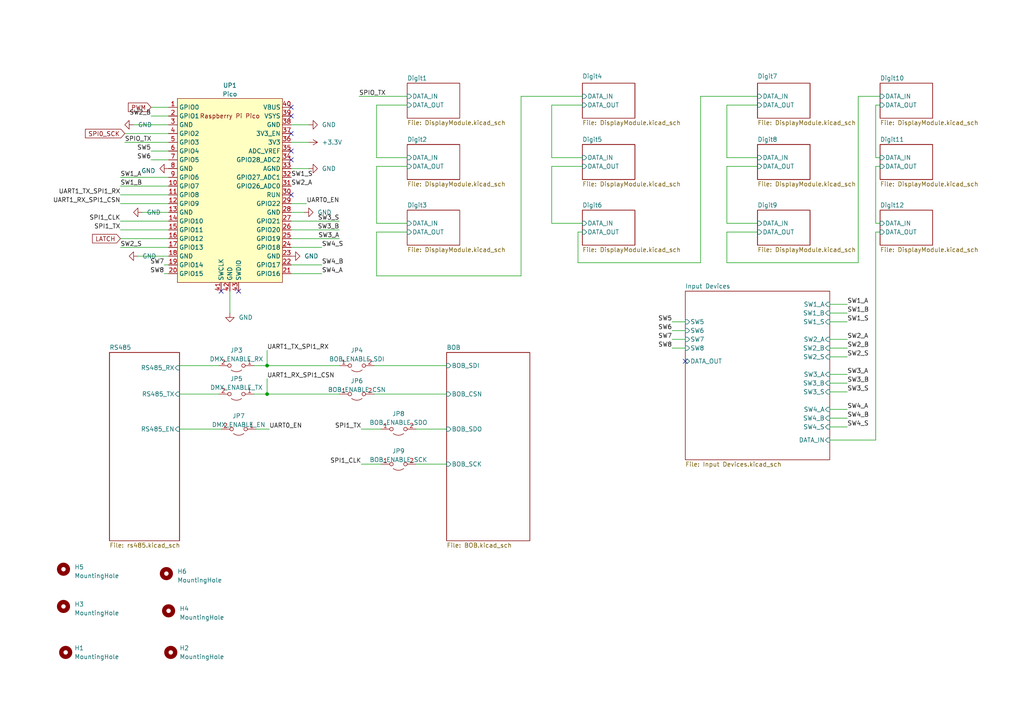
<source format=kicad_sch>
(kicad_sch (version 20230121) (generator eeschema)
  (paper "A4")
  (lib_symbols
    (symbol "Jumper:Jumper_2_Open" (pin_names (offset 0) hide)
      (property "Reference" "JP" (at 0 2.794 0))
      (property "Value" "Jumper_2_Open" (at 0 -2.286 0))
      (symbol "Jumper_2_Open_0_0"
        (circle (center -2.032 0) (radius 0.508))
        (circle (center 2.032 0) (radius 0.508))
      )
      (symbol "Jumper_2_Open_0_1"
        (arc (start 1.524 1.27) (mid 0 1.778) (end -1.524 1.27))
      )
      (symbol "Jumper_2_Open_1_1"
        (pin passive line (at -5.08 0 0) (length 2.54) (name "A") (number "1"))
        (pin passive line (at 5.08 0 180) (length 2.54) (name "B") (number "2"))
      )
    )
    (symbol "MCU_RaspberryPi_and_Boards:Pico"
      (property "Reference" "U" (at -13.97 27.94 0))
      (property "Value" "Pico" (at 0 19.05 0))
      (symbol "Pico_0_0"
        (text "Raspberry Pi Pico" (at 0 21.59 0) (effects (font (size 1.27 1.27))))
      )
      (symbol "Pico_0_1"
        (rectangle (start -15.24 26.67) (end 15.24 -26.67) (fill (type background)))
      )
      (symbol "Pico_1_1"
        (pin bidirectional line (at -17.78 24.13 0) (length 2.54) (name "GPIO0") (number "1"))
        (pin bidirectional line (at -17.78 1.27 0) (length 2.54) (name "GPIO7") (number "10"))
        (pin bidirectional line (at -17.78 -1.27 0) (length 2.54) (name "GPIO8") (number "11"))
        (pin bidirectional line (at -17.78 -3.81 0) (length 2.54) (name "GPIO9") (number "12"))
        (pin power_in line (at -17.78 -6.35 0) (length 2.54) (name "GND") (number "13"))
        (pin bidirectional line (at -17.78 -8.89 0) (length 2.54) (name "GPIO10") (number "14"))
        (pin bidirectional line (at -17.78 -11.43 0) (length 2.54) (name "GPIO11") (number "15"))
        (pin bidirectional line (at -17.78 -13.97 0) (length 2.54) (name "GPIO12") (number "16"))
        (pin bidirectional line (at -17.78 -16.51 0) (length 2.54) (name "GPIO13") (number "17"))
        (pin power_in line (at -17.78 -19.05 0) (length 2.54) (name "GND") (number "18"))
        (pin bidirectional line (at -17.78 -21.59 0) (length 2.54) (name "GPIO14") (number "19"))
        (pin bidirectional line (at -17.78 21.59 0) (length 2.54) (name "GPIO1") (number "2"))
        (pin bidirectional line (at -17.78 -24.13 0) (length 2.54) (name "GPIO15") (number "20"))
        (pin bidirectional line (at 17.78 -24.13 180) (length 2.54) (name "GPIO16") (number "21"))
        (pin bidirectional line (at 17.78 -21.59 180) (length 2.54) (name "GPIO17") (number "22"))
        (pin power_in line (at 17.78 -19.05 180) (length 2.54) (name "GND") (number "23"))
        (pin bidirectional line (at 17.78 -16.51 180) (length 2.54) (name "GPIO18") (number "24"))
        (pin bidirectional line (at 17.78 -13.97 180) (length 2.54) (name "GPIO19") (number "25"))
        (pin bidirectional line (at 17.78 -11.43 180) (length 2.54) (name "GPIO20") (number "26"))
        (pin bidirectional line (at 17.78 -8.89 180) (length 2.54) (name "GPIO21") (number "27"))
        (pin power_in line (at 17.78 -6.35 180) (length 2.54) (name "GND") (number "28"))
        (pin bidirectional line (at 17.78 -3.81 180) (length 2.54) (name "GPIO22") (number "29"))
        (pin power_out line (at -17.78 19.05 0) (length 2.54) (name "GND") (number "3"))
        (pin input line (at 17.78 -1.27 180) (length 2.54) (name "RUN") (number "30"))
        (pin bidirectional line (at 17.78 1.27 180) (length 2.54) (name "GPIO26_ADC0") (number "31"))
        (pin bidirectional line (at 17.78 3.81 180) (length 2.54) (name "GPIO27_ADC1") (number "32"))
        (pin power_in line (at 17.78 6.35 180) (length 2.54) (name "AGND") (number "33"))
        (pin bidirectional line (at 17.78 8.89 180) (length 2.54) (name "GPIO28_ADC2") (number "34"))
        (pin power_in line (at 17.78 11.43 180) (length 2.54) (name "ADC_VREF") (number "35"))
        (pin power_out line (at 17.78 13.97 180) (length 2.54) (name "3V3") (number "36"))
        (pin input line (at 17.78 16.51 180) (length 2.54) (name "3V3_EN") (number "37"))
        (pin power_in line (at 17.78 19.05 180) (length 2.54) (name "GND") (number "38"))
        (pin power_in line (at 17.78 21.59 180) (length 2.54) (name "VSYS") (number "39"))
        (pin bidirectional line (at -17.78 16.51 0) (length 2.54) (name "GPIO2") (number "4"))
        (pin power_in line (at 17.78 24.13 180) (length 2.54) (name "VBUS") (number "40"))
        (pin input line (at -2.54 -29.21 90) (length 2.54) (name "SWCLK") (number "41"))
        (pin power_in line (at 0 -29.21 90) (length 2.54) (name "GND") (number "42"))
        (pin bidirectional line (at 2.54 -29.21 90) (length 2.54) (name "SWDIO") (number "43"))
        (pin bidirectional line (at -17.78 13.97 0) (length 2.54) (name "GPIO3") (number "5"))
        (pin bidirectional line (at -17.78 11.43 0) (length 2.54) (name "GPIO4") (number "6"))
        (pin bidirectional line (at -17.78 8.89 0) (length 2.54) (name "GPIO5") (number "7"))
        (pin power_in line (at -17.78 6.35 0) (length 2.54) (name "GND") (number "8"))
        (pin bidirectional line (at -17.78 3.81 0) (length 2.54) (name "GPIO6") (number "9"))
      )
    )
    (symbol "Mechanical:MountingHole" (pin_names (offset 1.016))
      (property "Reference" "H" (at 0 5.08 0))
      (property "Value" "MountingHole" (at 0 3.175 0))
      (symbol "MountingHole_0_1"
        (circle (center 0 0) (radius 1.27) (stroke (width 1.27)))
      )
    )
    (symbol "power:+3.3V" (power) (pin_names (offset 0))
      (property "Value" "+3.3V" (at 0 3.556 0))
      (symbol "+3.3V_0_1"
        (polyline (pts (xy -0.762 1.27) (xy 0 2.54)))
        (polyline (pts (xy 0 0) (xy 0 2.54)))
        (polyline (pts (xy 0 2.54) (xy 0.762 1.27)))
      )
      (symbol "+3.3V_1_1"
        (pin power_in line (at 0 0 90) (length 0) hide (name "+3.3V") (number "1"))
      )
    )
    (symbol "power:GND" (power) (pin_names (offset 0))
      (property "Value" "GND" (at 0 -3.81 0))
      (symbol "GND_0_1"
        (polyline (pts (xy 0 0) (xy 0 -1.27) (xy 1.27 -1.27) (xy 0 -2.54) (xy -1.27 -1.27) (xy 0 -1.27)))
      )
      (symbol "GND_1_1"
        (pin power_in line (at 0 0 270) (length 0) hide (name "GND") (number "1"))
      )
    )
  )
  (junction (at 77.47 114.3))
  (junction (at 77.47 106.045))
  (no_connect (at 84.455 38.735))
  (no_connect (at 84.455 46.355))
  (no_connect (at 84.455 56.515))
  (no_connect (at 64.135 84.455))
  (no_connect (at 69.215 84.455))
  (no_connect (at 84.455 43.815))
  (no_connect (at 84.455 33.655))
  (no_connect (at 198.755 104.775))
  (no_connect (at 84.455 31.115))
  (wire (pts (xy 118.11 30.48) (xy 109.22 30.48)))
  (wire (pts (xy 120.65 124.46) (xy 129.54 124.46)))
  (wire (pts (xy 104.775 134.62) (xy 110.49 134.62)))
  (wire (pts (xy 194.945 95.885) (xy 198.755 95.885)))
  (wire (pts (xy 34.925 64.135) (xy 48.895 64.135)))
  (wire (pts (xy 84.455 59.055) (xy 88.9 59.055)))
  (wire (pts (xy 84.455 48.895) (xy 89.535 48.895)))
  (wire (pts (xy 84.455 79.375) (xy 93.345 79.375)))
  (wire (pts (xy 254 45.72) (xy 255.27 45.72)))
  (wire (pts (xy 34.925 66.675) (xy 48.895 66.675)))
  (wire (pts (xy 47.625 79.375) (xy 48.895 79.375)))
  (wire (pts (xy 255.27 48.26) (xy 254 48.26)))
  (wire (pts (xy 109.22 67.31) (xy 109.22 80.01)))
  (wire (pts (xy 167.64 76.2) (xy 167.64 67.31)))
  (wire (pts (xy 240.665 108.585) (xy 245.745 108.585)))
  (wire (pts (xy 109.22 48.26) (xy 118.11 48.26)))
  (wire (pts (xy 219.71 67.31) (xy 210.82 67.31)))
  (wire (pts (xy 84.455 66.675) (xy 98.425 66.675)))
  (wire (pts (xy 255.27 67.31) (xy 254 67.31)))
  (wire (pts (xy 254 64.77) (xy 255.27 64.77)))
  (wire (pts (xy 151.13 80.01) (xy 151.13 27.94)))
  (wire (pts (xy 52.07 114.3) (xy 63.5 114.3)))
  (wire (pts (xy 194.945 93.345) (xy 198.755 93.345)))
  (wire (pts (xy 240.665 123.825) (xy 245.745 123.825)))
  (wire (pts (xy 34.925 71.755) (xy 48.895 71.755)))
  (wire (pts (xy 240.665 88.265) (xy 245.745 88.265)))
  (wire (pts (xy 34.925 53.975) (xy 48.895 53.975)))
  (wire (pts (xy 74.295 124.46) (xy 78.105 124.46)))
  (wire (pts (xy 240.665 118.745) (xy 245.745 118.745)))
  (wire (pts (xy 43.815 43.815) (xy 48.895 43.815)))
  (wire (pts (xy 151.13 27.94) (xy 168.91 27.94)))
  (wire (pts (xy 52.07 106.045) (xy 63.5 106.045)))
  (wire (pts (xy 77.47 114.3) (xy 98.425 114.3)))
  (wire (pts (xy 77.47 109.855) (xy 77.47 114.3)))
  (wire (pts (xy 160.02 30.48) (xy 160.02 45.72)))
  (wire (pts (xy 167.64 67.31) (xy 168.91 67.31)))
  (wire (pts (xy 240.665 127.635) (xy 254 127.635)))
  (wire (pts (xy 160.02 64.77) (xy 160.02 48.26)))
  (wire (pts (xy 34.925 51.435) (xy 48.895 51.435)))
  (wire (pts (xy 36.195 41.275) (xy 48.895 41.275)))
  (wire (pts (xy 210.82 30.48) (xy 210.82 45.72)))
  (wire (pts (xy 84.455 76.835) (xy 93.345 76.835)))
  (wire (pts (xy 66.675 84.455) (xy 66.675 90.805)))
  (wire (pts (xy 109.22 80.01) (xy 151.13 80.01)))
  (wire (pts (xy 43.815 31.115) (xy 48.895 31.115)))
  (wire (pts (xy 84.455 71.755) (xy 93.345 71.755)))
  (wire (pts (xy 203.2 27.94) (xy 203.2 76.2)))
  (wire (pts (xy 210.82 64.77) (xy 210.82 48.26)))
  (wire (pts (xy 34.925 56.515) (xy 48.895 56.515)))
  (wire (pts (xy 194.945 98.425) (xy 198.755 98.425)))
  (wire (pts (xy 77.47 106.045) (xy 98.425 106.045)))
  (wire (pts (xy 248.92 27.94) (xy 255.27 27.94)))
  (wire (pts (xy 255.27 30.48) (xy 254 30.48)))
  (wire (pts (xy 240.665 113.665) (xy 245.745 113.665)))
  (wire (pts (xy 219.71 64.77) (xy 210.82 64.77)))
  (wire (pts (xy 118.11 67.31) (xy 109.22 67.31)))
  (wire (pts (xy 240.665 90.805) (xy 245.745 90.805)))
  (wire (pts (xy 120.65 134.62) (xy 129.54 134.62)))
  (wire (pts (xy 40.005 74.295) (xy 48.895 74.295)))
  (wire (pts (xy 34.925 59.055) (xy 48.895 59.055)))
  (wire (pts (xy 108.585 106.045) (xy 129.54 106.045)))
  (wire (pts (xy 240.665 93.345) (xy 245.745 93.345)))
  (wire (pts (xy 168.91 64.77) (xy 160.02 64.77)))
  (wire (pts (xy 73.66 106.045) (xy 77.47 106.045)))
  (wire (pts (xy 43.815 33.655) (xy 48.895 33.655)))
  (wire (pts (xy 73.66 114.3) (xy 77.47 114.3)))
  (wire (pts (xy 240.665 98.425) (xy 245.745 98.425)))
  (wire (pts (xy 52.07 124.46) (xy 64.135 124.46)))
  (wire (pts (xy 210.82 67.31) (xy 210.82 76.2)))
  (wire (pts (xy 210.82 48.26) (xy 219.71 48.26)))
  (wire (pts (xy 254 67.31) (xy 254 127.635)))
  (wire (pts (xy 84.455 36.195) (xy 89.535 36.195)))
  (wire (pts (xy 240.665 103.505) (xy 245.745 103.505)))
  (wire (pts (xy 248.92 76.2) (xy 248.92 27.94)))
  (wire (pts (xy 84.455 41.275) (xy 89.535 41.275)))
  (wire (pts (xy 160.02 45.72) (xy 168.91 45.72)))
  (wire (pts (xy 38.735 36.195) (xy 48.895 36.195)))
  (wire (pts (xy 160.02 48.26) (xy 168.91 48.26)))
  (wire (pts (xy 240.665 121.285) (xy 245.745 121.285)))
  (wire (pts (xy 219.71 30.48) (xy 210.82 30.48)))
  (wire (pts (xy 194.945 100.965) (xy 198.755 100.965)))
  (wire (pts (xy 240.665 111.125) (xy 245.745 111.125)))
  (wire (pts (xy 210.82 76.2) (xy 248.92 76.2)))
  (wire (pts (xy 104.775 124.46) (xy 110.49 124.46)))
  (wire (pts (xy 240.665 100.965) (xy 245.745 100.965)))
  (wire (pts (xy 104.14 27.94) (xy 118.11 27.94)))
  (wire (pts (xy 109.22 64.77) (xy 109.22 48.26)))
  (wire (pts (xy 84.455 64.135) (xy 98.425 64.135)))
  (wire (pts (xy 109.22 45.72) (xy 118.11 45.72)))
  (wire (pts (xy 41.275 61.595) (xy 48.895 61.595)))
  (wire (pts (xy 34.925 69.215) (xy 48.895 69.215)))
  (wire (pts (xy 210.82 45.72) (xy 219.71 45.72)))
  (wire (pts (xy 254 30.48) (xy 254 45.72)))
  (wire (pts (xy 118.11 64.77) (xy 109.22 64.77)))
  (wire (pts (xy 47.625 76.835) (xy 48.895 76.835)))
  (wire (pts (xy 84.455 61.595) (xy 88.265 61.595)))
  (wire (pts (xy 108.585 114.3) (xy 129.54 114.3)))
  (wire (pts (xy 84.455 69.215) (xy 98.425 69.215)))
  (wire (pts (xy 109.22 30.48) (xy 109.22 45.72)))
  (wire (pts (xy 77.47 101.6) (xy 77.47 106.045)))
  (wire (pts (xy 43.815 46.355) (xy 48.895 46.355)))
  (wire (pts (xy 52.07 106.045) (xy 52.07 106.68)))
  (wire (pts (xy 203.2 76.2) (xy 167.64 76.2)))
  (wire (pts (xy 203.2 27.94) (xy 219.71 27.94)))
  (wire (pts (xy 254 48.26) (xy 254 64.77)))
  (wire (pts (xy 36.195 38.735) (xy 48.895 38.735)))
  (wire (pts (xy 168.91 30.48) (xy 160.02 30.48)))
  (label "SW7" (at 47.625 76.835 180))
  (label "SPI1_TX" (at 104.775 124.46 180))
  (label "SW4_B" (at 93.345 76.835 0))
  (label "SPI1_CLK" (at 104.775 134.62 180))
  (label "SW1_B" (at 34.925 53.975 0))
  (label "SW2_A" (at 245.745 98.425 0))
  (label "SW1_B" (at 245.745 90.805 0))
  (label "SPIO_TX" (at 36.195 41.275 0))
  (label "SPI1_TX" (at 34.925 66.675 180))
  (label "SW4_A" (at 245.745 118.745 0))
  (label "UART1_TX_SPI1_RX" (at 34.925 56.515 180))
  (label "SW3_A" (at 98.425 69.215 180))
  (label "SW3_A" (at 245.745 108.585 0))
  (label "UART0_EN" (at 88.9 59.055 0))
  (label "SW1_S" (at 84.455 51.435 0))
  (label "UART1_RX_SPI1_CSN" (at 77.47 109.855 0))
  (label "SW6" (at 194.945 95.885 180))
  (label "SW2_S" (at 245.745 103.505 0))
  (label "SW2_B" (at 43.815 33.655 180))
  (label "SW8" (at 194.945 100.965 180))
  (label "SW2_S" (at 34.925 71.755 0))
  (label "SW1_A" (at 245.745 88.265 0))
  (label "SW8" (at 47.625 79.375 180))
  (label "SW4_S" (at 245.745 123.825 0))
  (label "UART0_EN" (at 78.105 124.46 0))
  (label "SPI1_CLK" (at 34.925 64.135 180))
  (label "SW2_B" (at 245.745 100.965 0))
  (label "SW6" (at 43.815 46.355 180))
  (label "SW4_A" (at 93.345 79.375 0))
  (label "SW5" (at 43.815 43.815 180))
  (label "SW1_A" (at 34.925 51.435 0))
  (label "SW3_S" (at 98.425 64.135 180))
  (label "SW2_A" (at 84.455 53.975 0))
  (label "SW7" (at 194.945 98.425 180))
  (label "SW5" (at 194.945 93.345 180))
  (label "SW4_B" (at 245.745 121.285 0))
  (label "SW3_S" (at 245.745 113.665 0))
  (label "SW1_S" (at 245.745 93.345 0))
  (label "SW4_S" (at 93.345 71.755 0))
  (label "SPIO_TX" (at 104.14 27.94 0))
  (label "SW3_B" (at 245.745 111.125 0))
  (label "UART1_TX_SPI1_RX" (at 77.47 101.6 0))
  (label "UART1_RX_SPI1_CSN" (at 34.925 59.055 180))
  (label "SW3_B" (at 98.425 66.675 180))
  (global_label "LATCH" (shape input) (at 34.925 69.215 180) (property "Intersheetrefs" "${INTERSHEET_REFS}" (effects hide)))
  (global_label "PWM" (shape input) (at 43.815 31.115 180) (property "Intersheetrefs" "${INTERSHEET_REFS}" (effects hide)))
  (global_label "SPI0_SCK" (shape input) (at 36.195 38.735 180) (property "Intersheetrefs" "${INTERSHEET_REFS}" (effects hide)))
  (symbol (lib_id "power:GND") (at 66.675 90.805 0) (unit 1)
    (property "Reference" "#PWR0179" (effects hide))
    (property "Value" "GND" (at 69.215 92.0749 0) (effects (justify left)))
  )
  (symbol (lib_id "Jumper:Jumper_2_Open") (at 115.57 124.46 0) (mirror x) (unit 1)
    (property "Reference" "JP8" (at 115.57 120.015 0))
    (property "Value" "BOB_ENABLE_SDO" (at 115.57 122.555 0))
    (property "Footprint" "Jumper:SolderJumper-2_P1.3mm_Open_RoundedPad1.0x1.5mm" (effects hide))
  )
  (symbol (lib_id "Jumper:Jumper_2_Open") (at 115.57 134.62 0) (mirror x) (unit 1)
    (property "Reference" "JP9" (at 115.57 130.81 0))
    (property "Value" "BOB_ENABLE_SCK" (at 115.57 133.35 0))
    (property "Footprint" "Jumper:SolderJumper-2_P1.3mm_Open_RoundedPad1.0x1.5mm" (effects hide))
  )
  (symbol (lib_id "MCU_RaspberryPi_and_Boards:Pico") (at 66.675 55.245 0) (unit 1)
    (property "Reference" "UP1" (at 66.675 24.765 0))
    (property "Value" "Pico" (at 66.675 27.305 0))
    (property "Footprint" "MCU_RaspberryPi_and_Boards:RPi_Pico_SMD_TH" (effects hide))
  )
  (symbol (lib_id "Jumper:Jumper_2_Open") (at 68.58 106.045 180) (unit 1)
    (property "Reference" "JP3" (at 68.58 101.6 0))
    (property "Value" "DMX_ENABLE_RX" (at 68.58 104.14 0))
    (property "Footprint" "Jumper:SolderJumper-2_P1.3mm_Open_RoundedPad1.0x1.5mm" (effects hide))
  )
  (symbol (lib_id "power:GND") (at 89.535 48.895 90) (unit 1)
    (property "Reference" "#PWR0173" (effects hide))
    (property "Value" "GND" (at 93.345 48.8949 90) (effects (justify right)))
  )
  (symbol (lib_id "power:+3.3V") (at 89.535 41.275 270) (unit 1)
    (property "Reference" "#PWR0170" (effects hide))
    (property "Value" "+3.3V" (at 93.345 41.2749 90) (effects (justify left)))
  )
  (symbol (lib_id "Jumper:Jumper_2_Open") (at 68.58 114.3 180) (unit 1)
    (property "Reference" "JP5" (at 68.58 109.855 0))
    (property "Value" "DMX_ENABLE_TX" (at 68.58 112.395 0))
    (property "Footprint" "Jumper:SolderJumper-2_P1.3mm_Open_RoundedPad1.0x1.5mm" (effects hide))
  )
  (symbol (lib_id "Jumper:Jumper_2_Open") (at 103.505 106.045 0) (mirror x) (unit 1)
    (property "Reference" "JP4" (at 103.505 101.6 0))
    (property "Value" "BOB_ENABLE_SDI" (at 103.505 104.14 0))
    (property "Footprint" "Jumper:SolderJumper-2_P1.3mm_Open_RoundedPad1.0x1.5mm" (effects hide))
  )
  (symbol (lib_id "power:GND") (at 88.265 61.595 90) (unit 1)
    (property "Reference" "#PWR0175" (effects hide))
    (property "Value" "GND" (at 92.075 61.5949 90) (effects (justify right)))
  )
  (symbol (lib_id "Jumper:Jumper_2_Open") (at 103.505 114.3 0) (mirror x) (unit 1)
    (property "Reference" "JP6" (at 103.505 110.49 0))
    (property "Value" "BOB_ENABLE_CSN" (at 103.505 113.03 0))
    (property "Footprint" "Jumper:SolderJumper-2_P1.3mm_Open_RoundedPad1.0x1.5mm" (effects hide))
  )
  (symbol (lib_id "power:GND") (at 38.735 36.195 270) (unit 1)
    (property "Reference" "#PWR0177" (effects hide))
    (property "Value" "GND" (at 40.005 36.1949 90) (effects (justify left)))
  )
  (symbol (lib_id "Mechanical:MountingHole") (at 18.415 175.895 0) (unit 1)
    (property "Reference" "H3" (at 21.59 175.26 0) (effects (justify left)))
    (property "Value" "MountingHole" (at 21.59 177.8 0) (effects (justify left)))
    (property "Footprint" "MountingHole:MountingHole_3.2mm_M3" (effects hide))
  )
  (symbol (lib_id "Mechanical:MountingHole") (at 49.53 189.23 0) (unit 1)
    (property "Reference" "H2" (at 52.07 187.9599 0) (effects (justify left)))
    (property "Value" "MountingHole" (at 52.07 190.4999 0) (effects (justify left)))
    (property "Footprint" "ToolingHole:ToolingHole_JLCSMT" (effects hide))
  )
  (symbol (lib_id "Jumper:Jumper_2_Open") (at 69.215 124.46 180) (unit 1)
    (property "Reference" "JP7" (at 69.215 120.65 0))
    (property "Value" "DMX_ENABLE_EN" (at 69.215 123.19 0))
    (property "Footprint" "Jumper:SolderJumper-2_P1.3mm_Open_RoundedPad1.0x1.5mm" (effects hide))
  )
  (symbol (lib_id "power:GND") (at 48.895 48.895 270) (unit 1)
    (property "Reference" "#PWR01" (effects hide))
    (property "Value" "GND" (at 45.085 49.53 90) (effects (justify right)))
  )
  (symbol (lib_id "Mechanical:MountingHole") (at 19.05 189.23 0) (unit 1)
    (property "Reference" "H1" (at 21.59 187.9599 0) (effects (justify left)))
    (property "Value" "MountingHole" (at 21.59 190.4999 0) (effects (justify left)))
    (property "Footprint" "ToolingHole:ToolingHole_JLCSMT" (effects hide))
  )
  (symbol (lib_id "Mechanical:MountingHole") (at 48.26 166.37 0) (unit 1)
    (property "Reference" "H6" (at 51.435 165.735 0) (effects (justify left)))
    (property "Value" "MountingHole" (at 51.435 168.275 0) (effects (justify left)))
    (property "Footprint" "MountingHole:MountingHole_3.2mm_M3" (effects hide))
  )
  (symbol (lib_id "power:GND") (at 40.005 74.295 270) (unit 1)
    (property "Reference" "#PWR0178" (effects hide))
    (property "Value" "GND" (at 41.275 74.2949 90) (effects (justify left)))
  )
  (symbol (lib_id "power:GND") (at 89.535 36.195 90) (unit 1)
    (property "Reference" "#PWR0172" (effects hide))
    (property "Value" "GND" (at 93.345 36.1949 90) (effects (justify right)))
  )
  (symbol (lib_id "Mechanical:MountingHole") (at 18.415 165.1 0) (unit 1)
    (property "Reference" "H5" (at 21.59 164.465 0) (effects (justify left)))
    (property "Value" "MountingHole" (at 21.59 167.005 0) (effects (justify left)))
    (property "Footprint" "MountingHole:MountingHole_3.2mm_M3" (effects hide))
  )
  (symbol (lib_id "power:GND") (at 84.455 74.295 90) (unit 1)
    (property "Reference" "#PWR0174" (effects hide))
    (property "Value" "GND" (at 88.265 74.2949 90) (effects (justify right)))
  )
  (symbol (lib_id "power:GND") (at 41.275 61.595 270) (unit 1)
    (property "Reference" "#PWR0171" (effects hide))
    (property "Value" "GND" (at 42.545 61.5949 90) (effects (justify left)))
  )
  (symbol (lib_id "Mechanical:MountingHole") (at 48.895 177.165 0) (unit 1)
    (property "Reference" "H4" (at 52.07 176.53 0) (effects (justify left)))
    (property "Value" "MountingHole" (at 52.07 179.07 0) (effects (justify left)))
    (property "Footprint" "MountingHole:MountingHole_3.2mm_M3" (effects hide))
  )
  (sheet (at 118.11 60.96) (size 15.24 10.16) (stroke (width 0.1524))
    (property "Sheetname" "Digit3" (at 118.11 60.2484 0) (effects (justify left bottom)))
    (property "Sheetfile" "DisplayModule.kicad_sch" (at 118.11 71.7046 0) (effects (justify left top)))
    (pin "DATA_OUT" input (at 118.11 67.31 180))
    (pin "DATA_IN" input (at 118.11 64.77 180))
  )
  (sheet (at 255.27 41.91) (size 15.24 10.16) (stroke (width 0.1524))
    (property "Sheetname" "Digit11" (at 255.27 41.1984 0) (effects (justify left bottom)))
    (property "Sheetfile" "DisplayModule.kicad_sch" (at 255.27 52.6546 0) (effects (justify left top)))
    (pin "DATA_OUT" input (at 255.27 48.26 180))
    (pin "DATA_IN" input (at 255.27 45.72 180))
  )
  (sheet (at 168.91 60.96) (size 15.24 10.16) (stroke (width 0.1524))
    (property "Sheetname" "Digit6" (at 168.91 60.2484 0) (effects (justify left bottom)))
    (property "Sheetfile" "DisplayModule.kicad_sch" (at 168.91 71.7046 0) (effects (justify left top)))
    (pin "DATA_OUT" input (at 168.91 67.31 180))
    (pin "DATA_IN" input (at 168.91 64.77 180))
  )
  (sheet (at 118.11 24.13) (size 15.24 10.16) (stroke (width 0.1524))
    (property "Sheetname" "Digit1" (at 118.11 23.4184 0) (effects (justify left bottom)))
    (property "Sheetfile" "DisplayModule.kicad_sch" (at 118.11 34.8746 0) (effects (justify left top)))
    (pin "DATA_OUT" input (at 118.11 30.48 180))
    (pin "DATA_IN" input (at 118.11 27.94 180))
  )
  (sheet (at 219.71 60.96) (size 15.24 10.16) (stroke (width 0.1524))
    (property "Sheetname" "Digit9" (at 219.71 60.2484 0) (effects (justify left bottom)))
    (property "Sheetfile" "DisplayModule.kicad_sch" (at 219.71 71.7046 0) (effects (justify left top)))
    (pin "DATA_OUT" input (at 219.71 67.31 180))
    (pin "DATA_IN" input (at 219.71 64.77 180))
  )
  (sheet (at 118.11 41.91) (size 15.24 10.16) (stroke (width 0.1524))
    (property "Sheetname" "Digit2" (at 118.11 41.1984 0) (effects (justify left bottom)))
    (property "Sheetfile" "DisplayModule.kicad_sch" (at 118.11 52.6546 0) (effects (justify left top)))
    (pin "DATA_OUT" input (at 118.11 48.26 180))
    (pin "DATA_IN" input (at 118.11 45.72 180))
  )
  (sheet (at 129.54 102.235) (size 24.13 54.61) (stroke (width 0.1524))
    (property "Sheetname" "BOB" (at 129.54 101.5234 0) (effects (justify left bottom)))
    (property "Sheetfile" "BOB.kicad_sch" (at 129.54 157.4296 0) (effects (justify left top)))
    (pin "BOB_SDI" input (at 129.54 106.045 180))
    (pin "BOB_SDO" input (at 129.54 124.46 180))
    (pin "BOB_SCK" input (at 129.54 134.62 180))
    (pin "BOB_CSN" input (at 129.54 114.3 180))
  )
  (sheet (at 198.755 84.455) (size 41.91 48.895) (stroke (width 0.1524))
    (property "Sheetname" "Input Devices" (at 198.755 83.7434 0) (effects (justify left bottom)))
    (property "Sheetfile" "Input Devices.kicad_sch" (at 198.755 133.9346 0) (effects (justify left top)))
    (pin "SW1_B" input (at 240.665 90.805 0))
    (pin "SW4_A" input (at 240.665 118.745 0))
    (pin "SW4_S" input (at 240.665 123.825 0))
    (pin "SW4_B" input (at 240.665 121.285 0))
    (pin "SW2_S" input (at 240.665 103.505 0))
    (pin "SW3_A" input (at 240.665 108.585 0))
    (pin "SW3_B" input (at 240.665 111.125 0))
    (pin "SW3_S" input (at 240.665 113.665 0))
    (pin "SW2_A" input (at 240.665 98.425 0))
    (pin "SW2_B" input (at 240.665 100.965 0))
    (pin "SW1_A" input (at 240.665 88.265 0))
    (pin "SW1_S" input (at 240.665 93.345 0))
    (pin "SW7" input (at 198.755 98.425 180))
    (pin "SW8" input (at 198.755 100.965 180))
    (pin "SW6" input (at 198.755 95.885 180))
    (pin "SW5" input (at 198.755 93.345 180))
    (pin "DATA_OUT" input (at 198.755 104.775 180))
    (pin "DATA_IN" input (at 240.665 127.635 0))
  )
  (sheet (at 219.71 24.13) (size 15.24 10.16) (stroke (width 0.1524))
    (property "Sheetname" "Digit7" (at 219.71 22.86 0) (effects (justify left bottom)))
    (property "Sheetfile" "DisplayModule.kicad_sch" (at 219.71 34.8746 0) (effects (justify left top)))
    (pin "DATA_OUT" input (at 219.71 30.48 180))
    (pin "DATA_IN" input (at 219.71 27.94 180))
  )
  (sheet (at 168.91 41.91) (size 15.24 10.16) (stroke (width 0.1524))
    (property "Sheetname" "Digit5" (at 168.91 41.1984 0) (effects (justify left bottom)))
    (property "Sheetfile" "DisplayModule.kicad_sch" (at 168.91 52.6546 0) (effects (justify left top)))
    (pin "DATA_OUT" input (at 168.91 48.26 180))
    (pin "DATA_IN" input (at 168.91 45.72 180))
  )
  (sheet (at 31.75 102.235) (size 20.32 54.61) (stroke (width 0.1524))
    (property "Sheetname" "RS485" (at 31.75 101.5234 0) (effects (justify left bottom)))
    (property "Sheetfile" "rs485.kicad_sch" (at 31.75 157.4296 0) (effects (justify left top)))
    (pin "RS485_TX" input (at 52.07 114.3 0))
    (pin "RS485_EN" input (at 52.07 124.46 0))
    (pin "RS485_RX" input (at 52.07 106.68 0))
  )
  (sheet (at 255.27 60.96) (size 15.24 10.16) (stroke (width 0.1524))
    (property "Sheetname" "Digit12" (at 255.27 60.2484 0) (effects (justify left bottom)))
    (property "Sheetfile" "DisplayModule.kicad_sch" (at 255.27 71.7046 0) (effects (justify left top)))
    (pin "DATA_OUT" input (at 255.27 67.31 180))
    (pin "DATA_IN" input (at 255.27 64.77 180))
  )
  (sheet (at 219.71 41.91) (size 15.24 10.16) (stroke (width 0.1524))
    (property "Sheetname" "Digit8" (at 219.71 41.1984 0) (effects (justify left bottom)))
    (property "Sheetfile" "DisplayModule.kicad_sch" (at 219.71 52.6546 0) (effects (justify left top)))
    (pin "DATA_OUT" input (at 219.71 48.26 180))
    (pin "DATA_IN" input (at 219.71 45.72 180))
  )
  (sheet (at 168.91 24.13) (size 15.24 10.16) (stroke (width 0.1524))
    (property "Sheetname" "Digit4" (at 168.91 22.86 0) (effects (justify left bottom)))
    (property "Sheetfile" "DisplayModule.kicad_sch" (at 168.91 34.8746 0) (effects (justify left top)))
    (pin "DATA_OUT" input (at 168.91 30.48 180))
    (pin "DATA_IN" input (at 168.91 27.94 180))
  )
  (sheet (at 255.27 24.13) (size 15.24 10.16) (stroke (width 0.1524))
    (property "Sheetname" "Digit10" (at 255.27 23.4184 0) (effects (justify left bottom)))
    (property "Sheetfile" "DisplayModule.kicad_sch" (at 255.27 34.8746 0) (effects (justify left top)))
    (pin "DATA_OUT" input (at 255.27 30.48 180))
    (pin "DATA_IN" input (at 255.27 27.94 180))
  )
)
</source>
